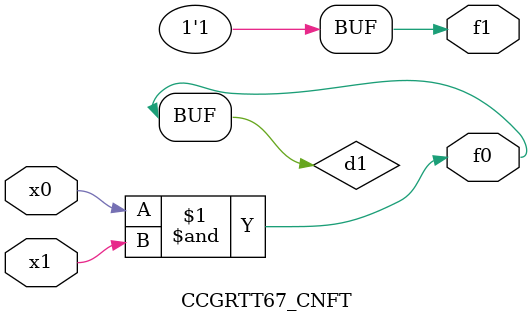
<source format=v>
module CCGRTT67_CNFT(
	input x0, x1,
	output f0, f1
);

	wire d1;

	assign f0 = d1;
	and (d1, x0, x1);
	assign f1 = 1'b1;
endmodule

</source>
